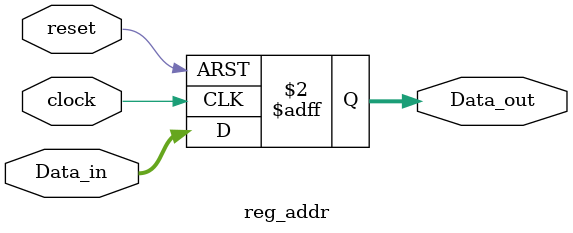
<source format=sv>
module reg_addr ( 

input logic [3:0] Data_in,
input logic clock, reset,
output logic [3:0] Data_out);

always_ff @ ( posedge reset or posedge clock) 
	if (reset) Data_out <= 4'b0;

else Data_out <= Data_in;

endmodule
</source>
